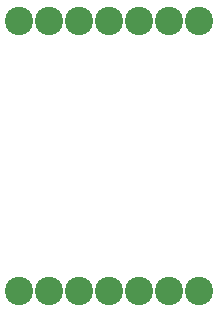
<source format=gbs>
G04 #@! TF.FileFunction,Soldermask,Bot*
%FSLAX46Y46*%
G04 Gerber Fmt 4.6, Leading zero omitted, Abs format (unit mm)*
G04 Created by KiCad (PCBNEW 4.0.2-1.fc23-product) date Sun May  8 20:09:54 2016*
%MOMM*%
G01*
G04 APERTURE LIST*
%ADD10C,0.100000*%
%ADD11C,2.400000*%
G04 APERTURE END LIST*
D10*
D11*
X150495000Y-102870000D03*
X147955000Y-102870000D03*
X145415000Y-102870000D03*
X142875000Y-102870000D03*
X140335000Y-102870000D03*
X137795000Y-102870000D03*
X135255000Y-102870000D03*
X135255000Y-125730000D03*
X137795000Y-125730000D03*
X140335000Y-125730000D03*
X142875000Y-125730000D03*
X145415000Y-125730000D03*
X147955000Y-125730000D03*
X150495000Y-125730000D03*
M02*

</source>
